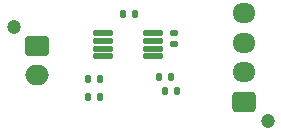
<source format=gts>
G04 #@! TF.GenerationSoftware,KiCad,Pcbnew,9.0.4*
G04 #@! TF.CreationDate,2025-12-21T16:37:14-05:00*
G04 #@! TF.ProjectId,TC_shuwen,54435f73-6875-4776-956e-2e6b69636164,rev?*
G04 #@! TF.SameCoordinates,Original*
G04 #@! TF.FileFunction,Soldermask,Top*
G04 #@! TF.FilePolarity,Negative*
%FSLAX46Y46*%
G04 Gerber Fmt 4.6, Leading zero omitted, Abs format (unit mm)*
G04 Created by KiCad (PCBNEW 9.0.4) date 2025-12-21 16:37:14*
%MOMM*%
%LPD*%
G01*
G04 APERTURE LIST*
G04 Aperture macros list*
%AMRoundRect*
0 Rectangle with rounded corners*
0 $1 Rounding radius*
0 $2 $3 $4 $5 $6 $7 $8 $9 X,Y pos of 4 corners*
0 Add a 4 corners polygon primitive as box body*
4,1,4,$2,$3,$4,$5,$6,$7,$8,$9,$2,$3,0*
0 Add four circle primitives for the rounded corners*
1,1,$1+$1,$2,$3*
1,1,$1+$1,$4,$5*
1,1,$1+$1,$6,$7*
1,1,$1+$1,$8,$9*
0 Add four rect primitives between the rounded corners*
20,1,$1+$1,$2,$3,$4,$5,0*
20,1,$1+$1,$4,$5,$6,$7,0*
20,1,$1+$1,$6,$7,$8,$9,0*
20,1,$1+$1,$8,$9,$2,$3,0*%
G04 Aperture macros list end*
%ADD10RoundRect,0.135000X-0.135000X-0.185000X0.135000X-0.185000X0.135000X0.185000X-0.135000X0.185000X0*%
%ADD11C,1.200000*%
%ADD12RoundRect,0.250000X0.725000X-0.600000X0.725000X0.600000X-0.725000X0.600000X-0.725000X-0.600000X0*%
%ADD13O,1.950000X1.700000*%
%ADD14RoundRect,0.135000X0.135000X0.185000X-0.135000X0.185000X-0.135000X-0.185000X0.135000X-0.185000X0*%
%ADD15RoundRect,0.250000X-0.750000X0.600000X-0.750000X-0.600000X0.750000X-0.600000X0.750000X0.600000X0*%
%ADD16O,2.000000X1.700000*%
%ADD17RoundRect,0.140000X-0.170000X0.140000X-0.170000X-0.140000X0.170000X-0.140000X0.170000X0.140000X0*%
%ADD18RoundRect,0.125000X-0.687500X-0.125000X0.687500X-0.125000X0.687500X0.125000X-0.687500X0.125000X0*%
G04 APERTURE END LIST*
D10*
X128803000Y-82335600D03*
X129823000Y-82335600D03*
X135303000Y-81835600D03*
X136323000Y-81835600D03*
D11*
X144000000Y-84350000D03*
D12*
X142000000Y-82750000D03*
D13*
X142000000Y-80250000D03*
X142000000Y-77750000D03*
X142000000Y-75250000D03*
D14*
X135849400Y-80607600D03*
X134829400Y-80607600D03*
D10*
X131730600Y-75324400D03*
X132750600Y-75324400D03*
D11*
X122500000Y-76400000D03*
D15*
X124500000Y-78000000D03*
D16*
X124500000Y-80500000D03*
D14*
X129823000Y-80835600D03*
X128803000Y-80835600D03*
D17*
X136101400Y-76899200D03*
X136101400Y-77859200D03*
D18*
X130047600Y-76950000D03*
X130047600Y-77600000D03*
X130047600Y-78250000D03*
X130047600Y-78900000D03*
X134272600Y-78900000D03*
X134272600Y-78250000D03*
X134272600Y-77600000D03*
X134272600Y-76950000D03*
M02*

</source>
